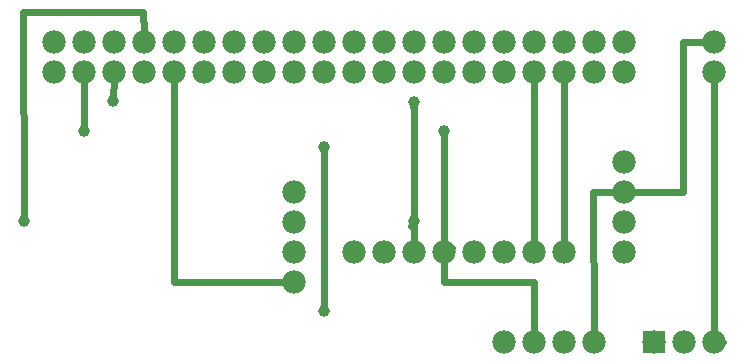
<source format=gbl>
G04 MADE WITH FRITZING*
G04 WWW.FRITZING.ORG*
G04 DOUBLE SIDED*
G04 HOLES PLATED*
G04 CONTOUR ON CENTER OF CONTOUR VECTOR*
%ASAXBY*%
%FSLAX23Y23*%
%MOIN*%
%OFA0B0*%
%SFA1.0B1.0*%
%ADD10C,0.078000*%
%ADD11C,0.039370*%
%ADD12R,0.078000X0.078000*%
%ADD13C,0.024000*%
%LNCOPPER0*%
G90*
G70*
G54D10*
X2443Y1030D03*
X2443Y1130D03*
X1843Y130D03*
X1743Y130D03*
X2043Y130D03*
X1943Y130D03*
X1043Y630D03*
X1043Y530D03*
X1043Y430D03*
X1043Y330D03*
X1243Y430D03*
X1343Y430D03*
X1443Y430D03*
X1543Y430D03*
X1643Y430D03*
X1743Y430D03*
X1843Y430D03*
X1943Y430D03*
X2143Y730D03*
X2143Y630D03*
X2143Y530D03*
X2143Y430D03*
X243Y1130D03*
X243Y1030D03*
X1643Y1130D03*
X1643Y1030D03*
X1443Y1130D03*
X1443Y1030D03*
X1743Y1130D03*
X1743Y1030D03*
X1543Y1130D03*
X1543Y1030D03*
X1843Y1130D03*
X1843Y1030D03*
X1343Y1130D03*
X1343Y1030D03*
X2043Y1130D03*
X2043Y1030D03*
X1943Y1130D03*
X1943Y1030D03*
X2143Y1130D03*
X2143Y1030D03*
X643Y1130D03*
X643Y1030D03*
X743Y1130D03*
X743Y1030D03*
X543Y1130D03*
X543Y1030D03*
X343Y1130D03*
X343Y1030D03*
X443Y1130D03*
X443Y1030D03*
X1243Y1130D03*
X1243Y1030D03*
X1143Y1130D03*
X1143Y1030D03*
X1043Y1130D03*
X1043Y1030D03*
X843Y1130D03*
X843Y1030D03*
X943Y1130D03*
X943Y1030D03*
X2243Y130D03*
X2343Y130D03*
X2443Y130D03*
G54D11*
X343Y831D03*
X1543Y831D03*
X442Y931D03*
X1443Y930D03*
X143Y531D03*
X1444Y532D03*
X1143Y780D03*
X1144Y231D03*
G54D12*
X2243Y130D03*
G54D13*
X2443Y130D02*
X2473Y130D01*
D02*
X2443Y1000D02*
X2443Y130D01*
D02*
X2342Y630D02*
X2173Y630D01*
D02*
X2342Y1129D02*
X2342Y630D01*
D02*
X2413Y1130D02*
X2342Y1129D01*
D02*
X2042Y630D02*
X2113Y630D01*
D02*
X2043Y161D02*
X2042Y630D01*
D02*
X1843Y730D02*
X1843Y1000D01*
D02*
X1843Y461D02*
X1843Y730D01*
D02*
X1943Y730D02*
X1943Y1000D01*
D02*
X1943Y461D02*
X1943Y730D01*
D02*
X1543Y330D02*
X1843Y330D01*
D02*
X1843Y330D02*
X1843Y161D01*
D02*
X1543Y431D02*
X1543Y330D01*
D02*
X1570Y443D02*
X1543Y431D01*
D02*
X1543Y812D02*
X1543Y461D01*
D02*
X343Y1000D02*
X343Y849D01*
D02*
X1443Y929D02*
X1443Y461D01*
D02*
X1441Y912D02*
X1443Y929D01*
D02*
X443Y1000D02*
X442Y950D01*
D02*
X643Y330D02*
X1013Y330D01*
D02*
X643Y1000D02*
X643Y330D01*
D02*
X542Y1230D02*
X543Y1161D01*
D02*
X143Y550D02*
X142Y1230D01*
D02*
X142Y1230D02*
X542Y1230D01*
D02*
X1443Y529D02*
X1443Y461D01*
D02*
X1434Y516D02*
X1443Y529D01*
D02*
X1144Y250D02*
X1143Y761D01*
G04 End of Copper0*
M02*
</source>
